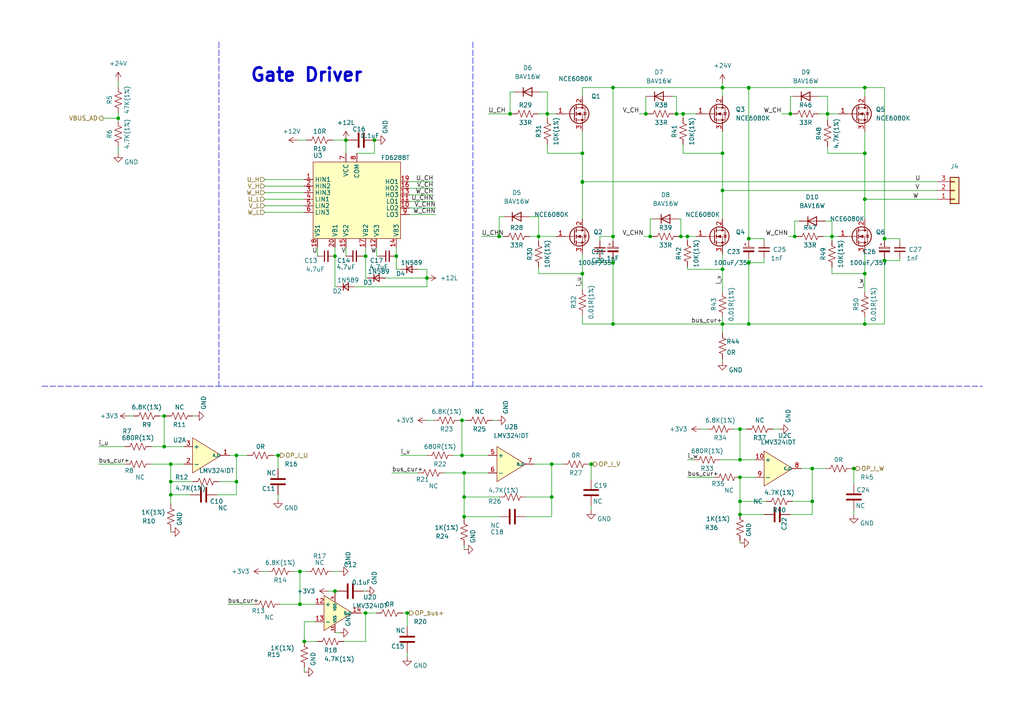
<source format=kicad_sch>
(kicad_sch (version 20211123) (generator eeschema)
  (paper "A4")
  (lib_symbols
    (symbol "Connector_Generic:Conn_01x03" (pin_names (offset 1.016) hide)
      (property "Reference" "J" (at 0 5.08 0))
      (property "Value" "Conn_01x03" (at 0 -5.08 0))
      (symbol "Conn_01x03_1_1"
        (pin passive line (at -5.08 2.54 0) (length 3.81) (name "Pin_1") (number "1"))
        (pin passive line (at -5.08 0 0) (length 3.81) (name "Pin_2") (number "2"))
        (pin passive line (at -5.08 -2.54 0) (length 3.81) (name "Pin_3") (number "3"))
      )
    )
    (symbol "Device:C" (pin_numbers hide) (pin_names (offset 0.254))
      (property "Reference" "C" (at 0.635 2.54 0))
      (property "Value" "C" (at 0.635 -2.54 0))
      (symbol "C_1_1"
        (pin passive line (at 0 3.81 270) (length 2.794) (name "~") (number "1"))
        (pin passive line (at 0 -3.81 90) (length 2.794) (name "~") (number "2"))
      )
    )
    (symbol "Device:C_Polarized_Small" (pin_numbers hide) (pin_names (offset 0.254) hide)
      (property "Reference" "C" (at 0.254 1.778 0))
      (property "Value" "C_Polarized_Small" (at 0.254 -2.032 0))
      (symbol "C_Polarized_Small_1_1"
        (pin passive line (at 0 2.54 270) (length 1.8542) (name "~") (number "1"))
        (pin passive line (at 0 -2.54 90) (length 1.8542) (name "~") (number "2"))
      )
    )
    (symbol "Device:C_Small" (pin_numbers hide) (pin_names (offset 0.254) hide)
      (property "Reference" "C" (at 0.254 1.778 0))
      (property "Value" "C_Small" (at 0.254 -2.032 0))
      (symbol "C_Small_1_1"
        (pin passive line (at 0 2.54 270) (length 2.032) (name "~") (number "1"))
        (pin passive line (at 0 -2.54 90) (length 2.032) (name "~") (number "2"))
      )
    )
    (symbol "Device:D_Small" (pin_numbers hide) (pin_names (offset 0.254) hide)
      (property "Reference" "D" (at -1.27 2.032 0))
      (property "Value" "D_Small" (at -3.81 -2.032 0))
      (symbol "D_Small_1_1"
        (pin passive line (at -2.54 0 0) (length 1.778) (name "K") (number "1"))
        (pin passive line (at 2.54 0 180) (length 1.778) (name "A") (number "2"))
      )
    )
    (symbol "Device:Q_NMOS_GDS" (pin_names (offset 0) hide)
      (property "Reference" "Q" (at 5.08 1.27 0))
      (property "Value" "Q_NMOS_GDS" (at 5.08 -1.27 0))
      (symbol "Q_NMOS_GDS_1_1"
        (pin input line (at -5.08 0 0) (length 2.54) (name "G") (number "1"))
        (pin passive line (at 2.54 5.08 270) (length 2.54) (name "D") (number "2"))
        (pin passive line (at 2.54 -5.08 90) (length 2.54) (name "S") (number "3"))
      )
    )
    (symbol "Device:R_US" (pin_numbers hide) (pin_names (offset 0))
      (property "Reference" "R" (at 2.54 0 90))
      (property "Value" "R_US" (at -2.54 0 90))
      (symbol "R_US_1_1"
        (pin passive line (at 0 3.81 270) (length 1.27) (name "~") (number "1"))
        (pin passive line (at 0 -3.81 90) (length 1.27) (name "~") (number "2"))
      )
    )
    (symbol "Diode:BAV16W" (pin_numbers hide) (pin_names (offset 1.016) hide)
      (property "Reference" "D" (at 0 2.54 0))
      (property "Value" "BAV16W" (at 0 -2.54 0))
      (symbol "BAV16W_1_1"
        (pin passive line (at -3.81 0 0) (length 2.54) (name "K") (number "1"))
        (pin passive line (at 3.81 0 180) (length 2.54) (name "A") (number "2"))
      )
    )
    (symbol "power:+12L" (power) (pin_names (offset 0))
      (property "Value" "+12L" (at 0 3.556 0))
      (symbol "+12L_1_1"
        (pin power_in line (at 0 0 90) (length 0) hide (name "+12L") (number "1"))
      )
    )
    (symbol "power:+12V" (power) (pin_names (offset 0))
      (property "Value" "+12V" (at 0 3.556 0))
      (symbol "+12V_1_1"
        (pin power_in line (at 0 0 90) (length 0) hide (name "+12V") (number "1"))
      )
    )
    (symbol "power:+24V" (power) (pin_names (offset 0))
      (property "Value" "+24V" (at 0 3.556 0))
      (symbol "+24V_1_1"
        (pin power_in line (at 0 0 90) (length 0) hide (name "+24V") (number "1"))
      )
    )
    (symbol "power:+3.3V" (power) (pin_names (offset 0))
      (property "Value" "+3.3V" (at 0 3.556 0))
      (symbol "+3.3V_1_1"
        (pin power_in line (at 0 0 90) (length 0) hide (name "+3V3") (number "1"))
      )
    )
    (symbol "power:GND" (power) (pin_names (offset 0))
      (property "Value" "GND" (at 0 -3.81 0))
      (symbol "GND_1_1"
        (pin power_in line (at 0 0 270) (length 0) hide (name "GND") (number "1"))
      )
    )
    (symbol "zager_Amplifier:GS8724" (pin_names (offset 0.254))
      (property "Reference" "U" (at -2.54 1.27 0))
      (property "Value" "GS8724" (at -4.445 3.175 0))
      (symbol "GS8724_1_1"
        (pin output line (at 10.795 -5.08 180) (length 2.54) (name "A_O") (number "1"))
        (pin input line (at -2.54 -2.54 0) (length 2.54) (name "-") (number "2"))
        (pin input line (at -2.54 -7.62 0) (length 2.54) (name "+") (number "3"))
      )
      (symbol "GS8724_2_1"
        (pin input line (at -2.54 -7.62 0) (length 2.54) (name "+") (number "5"))
        (pin input line (at -2.54 -2.54 0) (length 2.54) (name "-") (number "6"))
        (pin output line (at 10.795 -5.08 180) (length 2.54) (name "B_O") (number "7"))
      )
      (symbol "GS8724_3_1"
        (pin input line (at -2.54 -7.62 0) (length 2.54) (name "+") (number "10"))
        (pin output line (at 10.795 -5.08 180) (length 2.54) (name "C_O") (number "8"))
        (pin input line (at -2.54 -2.54 0) (length 2.54) (name "-") (number "9"))
      )
      (symbol "GS8724_4_1"
        (pin input line (at 3.175 -10.795 90) (length 2.54) (name "VSS") (number "11"))
        (pin input line (at -2.54 -2.54 0) (length 2.54) (name "+") (number "12"))
        (pin input line (at -2.54 -7.62 0) (length 2.54) (name "-") (number "13"))
        (pin output line (at 10.795 -5.08 180) (length 2.54) (name "D_O") (number "14"))
        (pin input line (at 3.175 0.635 270) (length 2.54) (name "VDD") (number "4"))
      )
    )
    (symbol "zager_Driver:FD6288T"
      (property "Reference" "U" (at 1.524 1.778 0))
      (property "Value" "FD6288T" (at 11.176 -10.922 0))
      (symbol "FD6288T_1_1"
        (pin input line (at -2.54 -5.08 0) (length 2.54) (name "HIN1") (number "1"))
        (pin input line (at 27.94 -13.335 180) (length 2.54) (name "LO2") (number "10"))
        (pin input line (at 27.94 -11.43 180) (length 2.54) (name "LO1") (number "11"))
        (pin input line (at 18.415 -24.765 90) (length 2.54) (name "VS3") (number "12"))
        (pin input line (at 27.94 -9.525 180) (length 2.54) (name "HO3") (number "13"))
        (pin input line (at 24.13 -24.765 90) (length 2.54) (name "VB3") (number "14"))
        (pin input line (at 9.525 -24.765 90) (length 2.54) (name "VS2") (number "15"))
        (pin input line (at 27.94 -7.62 180) (length 2.54) (name "HO2") (number "16"))
        (pin input line (at 15.24 -24.765 90) (length 2.54) (name "VB2") (number "17"))
        (pin input line (at 1.27 -24.765 90) (length 2.54) (name "VS1") (number "18"))
        (pin input line (at 27.94 -5.715 180) (length 2.54) (name "HO1") (number "19"))
        (pin input line (at -2.54 -6.985 0) (length 2.54) (name "HIN2") (number "2"))
        (pin input line (at 6.35 -24.765 90) (length 2.54) (name "VB1") (number "20"))
        (pin input line (at -2.54 -8.89 0) (length 2.54) (name "HIN3") (number "3"))
        (pin input line (at -2.54 -10.795 0) (length 2.54) (name "LIN1") (number "4"))
        (pin input line (at -2.54 -12.7 0) (length 2.54) (name "LIN2") (number "5"))
        (pin input line (at -2.54 -14.605 0) (length 2.54) (name "LIN3") (number "6"))
        (pin input line (at 9.525 2.54 270) (length 2.54) (name "VCC") (number "7"))
        (pin input line (at 12.7 2.54 270) (length 2.54) (name "COM") (number "8"))
        (pin input line (at 27.94 -15.24 180) (length 2.54) (name "LO3") (number "9"))
      )
    )
  )
  (junction (at 250.825 25.4))
  (junction (at 47.625 120.65))
  (junction (at 250.825 79.375))
  (junction (at 250.825 93.98))
  (junction (at 108.585 40.64))
  (junction (at 133.985 132.08))
  (junction (at 198.12 33.02))
  (junction (at 217.17 25.4))
  (junction (at 86.995 175.26))
  (junction (at 49.53 143.51))
  (junction (at 217.17 69.215))
  (junction (at 168.91 52.832))
  (junction (at 100.33 40.64))
  (junction (at 235.585 145.415))
  (junction (at 106.045 74.295))
  (junction (at 214.63 145.415))
  (junction (at 168.91 79.375))
  (junction (at 197.485 68.58))
  (junction (at 177.8 25.4))
  (junction (at 49.53 139.7))
  (junction (at 214.63 124.46))
  (junction (at 177.8 93.98))
  (junction (at 171.45 134.62))
  (junction (at 209.55 44.45))
  (junction (at 68.58 139.7))
  (junction (at 214.63 149.225))
  (junction (at 156.21 68.58))
  (junction (at 160.02 134.62))
  (junction (at 187.325 33.02))
  (junction (at 47.625 129.54))
  (junction (at 217.17 93.98))
  (junction (at 177.8 68.58))
  (junction (at 49.53 134.62))
  (junction (at 214.63 133.35))
  (junction (at 68.58 132.08))
  (junction (at 114.935 74.295))
  (junction (at 133.985 121.92))
  (junction (at 177.8 76.2))
  (junction (at 209.55 78.105))
  (junction (at 247.65 135.89))
  (junction (at 134.62 137.16))
  (junction (at 230.505 68.58))
  (junction (at 209.55 25.4))
  (junction (at 209.55 93.98))
  (junction (at 199.39 68.58))
  (junction (at 241.3 68.58))
  (junction (at 147.955 33.02))
  (junction (at 160.02 144.145))
  (junction (at 168.91 52.705))
  (junction (at 256.54 75.565))
  (junction (at 97.155 171.45))
  (junction (at 240.03 33.02))
  (junction (at 158.75 33.02))
  (junction (at 118.11 177.8))
  (junction (at 123.825 80.645))
  (junction (at 256.54 69.215))
  (junction (at 188.595 68.58))
  (junction (at 34.29 34.29))
  (junction (at 97.155 74.295))
  (junction (at 88.265 186.055))
  (junction (at 217.17 76.2))
  (junction (at 235.585 135.89))
  (junction (at 144.78 68.58))
  (junction (at 134.62 144.145))
  (junction (at 229.235 33.02))
  (junction (at 106.045 177.8))
  (junction (at 209.55 55.245))
  (junction (at 86.995 165.735))
  (junction (at 168.91 44.45))
  (junction (at 250.825 44.45))
  (junction (at 80.645 132.08))
  (junction (at 250.825 57.785))
  (junction (at 214.63 138.43))
  (junction (at 217.17 25.527))
  (junction (at 134.62 149.86))
  (junction (at 196.215 33.02))
  (wire (pts (xy 116.205 132.08) (xy 123.825 132.08)))
  (wire (pts (xy 214.63 145.415) (xy 222.25 145.415)))
  (wire (pts (xy 209.55 96.52) (xy 209.55 93.98)))
  (wire (pts (xy 198.12 33.02) (xy 198.12 34.29)))
  (wire (pts (xy 212.725 124.46) (xy 214.63 124.46)))
  (wire (pts (xy 43.815 129.54) (xy 47.625 129.54)))
  (wire (pts (xy 55.88 120.65) (xy 56.515 120.65)))
  (wire (pts (xy 173.99 76.2) (xy 177.8 76.2)))
  (wire (pts (xy 118.11 189.23) (xy 118.11 190.5)))
  (wire (pts (xy 198.12 41.91) (xy 198.12 44.45)))
  (wire (pts (xy 28.575 129.54) (xy 36.195 129.54)))
  (wire (pts (xy 199.39 68.58) (xy 201.93 68.58)))
  (wire (pts (xy 153.67 68.58) (xy 156.21 68.58)))
  (wire (pts (xy 171.45 134.62) (xy 171.45 139.065)))
  (wire (pts (xy 199.39 133.35) (xy 201.295 133.35)))
  (wire (pts (xy 209.55 78.105) (xy 209.55 84.455)))
  (wire (pts (xy 217.17 25.4) (xy 250.825 25.4)))
  (wire (pts (xy 118.745 58.42) (xy 125.73 58.42)))
  (wire (pts (xy 197.485 68.58) (xy 199.39 68.58)))
  (wire (pts (xy 240.03 33.02) (xy 240.03 34.925)))
  (wire (pts (xy 118.745 54.61) (xy 125.73 54.61)))
  (wire (pts (xy 197.485 63.5) (xy 197.485 68.58)))
  (wire (pts (xy 46.355 120.65) (xy 47.625 120.65)))
  (wire (pts (xy 113.665 137.16) (xy 121.285 137.16)))
  (wire (pts (xy 34.29 23.495) (xy 34.29 25.146)))
  (wire (pts (xy 134.62 149.86) (xy 134.62 150.495)))
  (wire (pts (xy 187.325 27.94) (xy 187.325 33.02)))
  (wire (pts (xy 168.91 25.4) (xy 168.91 27.94)))
  (wire (pts (xy 229.235 33.02) (xy 229.87 33.02)))
  (wire (pts (xy 173.99 69.85) (xy 173.99 68.58)))
  (wire (pts (xy 92.075 71.755) (xy 92.075 74.295)))
  (wire (pts (xy 224.155 124.46) (xy 226.06 124.46)))
  (wire (pts (xy 247.65 147.955) (xy 247.65 149.225)))
  (wire (pts (xy 199.39 68.58) (xy 199.39 69.723)))
  (wire (pts (xy 81.28 175.26) (xy 86.995 175.26)))
  (wire (pts (xy 97.155 171.45) (xy 97.155 172.085)))
  (wire (pts (xy 260.985 69.215) (xy 256.54 69.215)))
  (wire (pts (xy 86.995 165.735) (xy 88.9 165.735)))
  (wire (pts (xy 196.85 68.58) (xy 197.485 68.58)))
  (wire (pts (xy 208.915 133.35) (xy 214.63 133.35)))
  (wire (pts (xy 100.33 71.755) (xy 100.33 74.295)))
  (wire (pts (xy 217.17 93.98) (xy 250.825 93.98)))
  (wire (pts (xy 108.585 40.64) (xy 109.22 40.64)))
  (wire (pts (xy 86.36 40.64) (xy 88.9 40.64)))
  (wire (pts (xy 241.3 77.47) (xy 241.3 79.375)))
  (wire (pts (xy 260.985 74.93) (xy 260.985 75.565)))
  (wire (pts (xy 116.205 78.105) (xy 114.935 78.105)))
  (wire (pts (xy 118.11 177.8) (xy 118.11 181.61)))
  (wire (pts (xy 250.825 79.375) (xy 250.825 84.455)))
  (wire (pts (xy 28.575 134.62) (xy 36.195 134.62)))
  (wire (pts (xy 97.155 171.45) (xy 97.79 171.45)))
  (wire (pts (xy 109.855 74.295) (xy 109.22 74.295)))
  (wire (pts (xy 173.99 68.58) (xy 177.8 68.58)))
  (wire (pts (xy 196.85 63.5) (xy 197.485 63.5)))
  (wire (pts (xy 76.835 55.88) (xy 88.265 55.88)))
  (wire (pts (xy 43.815 134.62) (xy 49.53 134.62)))
  (wire (pts (xy 97.79 83.185) (xy 97.155 83.185)))
  (wire (pts (xy 237.49 33.02) (xy 240.03 33.02)))
  (wire (pts (xy 196.215 33.02) (xy 198.12 33.02)))
  (wire (pts (xy 62.865 143.51) (xy 68.58 143.51)))
  (wire (pts (xy 188.595 68.58) (xy 189.23 68.58)))
  (wire (pts (xy 226.695 33.02) (xy 229.235 33.02)))
  (wire (pts (xy 168.91 44.45) (xy 168.91 52.705)))
  (wire (pts (xy 209.55 73.66) (xy 209.55 78.105)))
  (wire (pts (xy 134.62 144.145) (xy 144.78 144.145)))
  (wire (pts (xy 187.325 33.02) (xy 187.96 33.02)))
  (wire (pts (xy 118.745 62.23) (xy 126.365 62.23)))
  (wire (pts (xy 221.615 74.93) (xy 221.615 76.2)))
  (wire (pts (xy 214.63 156.845) (xy 214.63 157.48)))
  (wire (pts (xy 209.55 38.1) (xy 209.55 44.45)))
  (wire (pts (xy 100.33 40.64) (xy 100.33 44.45)))
  (wire (pts (xy 37.465 120.65) (xy 38.735 120.65)))
  (wire (pts (xy 29.845 34.29) (xy 34.29 34.29)))
  (wire (pts (xy 203.2 124.46) (xy 205.105 124.46)))
  (wire (pts (xy 99.695 186.055) (xy 106.045 186.055)))
  (wire (pts (xy 144.78 68.58) (xy 146.05 68.58)))
  (wire (pts (xy 68.58 132.08) (xy 71.755 132.08)))
  (wire (pts (xy 256.54 75.565) (xy 256.54 93.98)))
  (wire (pts (xy 232.41 135.89) (xy 235.585 135.89)))
  (wire (pts (xy 86.995 175.26) (xy 91.44 175.26)))
  (wire (pts (xy 55.245 143.51) (xy 49.53 143.51)))
  (wire (pts (xy 250.825 92.075) (xy 250.825 93.98)))
  (wire (pts (xy 168.91 38.1) (xy 168.91 44.45)))
  (wire (pts (xy 217.17 69.215) (xy 221.615 69.215)))
  (wire (pts (xy 209.55 24.13) (xy 209.55 25.4)))
  (wire (pts (xy 34.29 32.766) (xy 34.29 34.29)))
  (wire (pts (xy 250.825 73.66) (xy 250.825 79.375)))
  (wire (pts (xy 241.3 64.135) (xy 241.3 68.58)))
  (wire (pts (xy 152.4 144.145) (xy 160.02 144.145)))
  (wire (pts (xy 134.62 137.16) (xy 134.62 144.145)))
  (wire (pts (xy 105.41 171.45) (xy 106.045 171.45)))
  (wire (pts (xy 133.35 121.92) (xy 133.985 121.92)))
  (wire (pts (xy 250.825 25.4) (xy 250.825 27.94)))
  (wire (pts (xy 85.09 165.735) (xy 86.995 165.735)))
  (wire (pts (xy 194.945 27.94) (xy 196.215 27.94)))
  (wire (pts (xy 97.155 183.515) (xy 98.425 183.515)))
  (wire (pts (xy 133.985 121.92) (xy 133.985 132.08)))
  (wire (pts (xy 118.745 52.705) (xy 125.73 52.705)))
  (wire (pts (xy 250.825 44.45) (xy 250.825 57.785)))
  (wire (pts (xy 160.02 149.86) (xy 160.02 144.145)))
  (wire (pts (xy 214.63 145.415) (xy 214.63 149.225)))
  (wire (pts (xy 260.985 69.85) (xy 260.985 69.215)))
  (wire (pts (xy 76.835 53.975) (xy 88.265 53.975)))
  (wire (pts (xy 228.6 68.58) (xy 230.505 68.58)))
  (wire (pts (xy 171.45 146.685) (xy 171.45 147.955)))
  (wire (pts (xy 152.4 149.86) (xy 160.02 149.86)))
  (wire (pts (xy 260.985 75.565) (xy 256.54 75.565)))
  (wire (pts (xy 146.05 62.865) (xy 144.78 62.865)))
  (wire (pts (xy 209.55 93.98) (xy 217.17 93.98)))
  (wire (pts (xy 49.53 134.62) (xy 53.34 134.62)))
  (wire (pts (xy 237.49 27.94) (xy 240.03 27.94)))
  (wire (pts (xy 230.505 64.135) (xy 230.505 68.58)))
  (wire (pts (xy 214.63 149.225) (xy 221.615 149.225)))
  (wire (pts (xy 131.445 132.08) (xy 133.985 132.08)))
  (wire (pts (xy 168.91 52.705) (xy 271.78 52.705)))
  (polyline (pts (xy 137.16 12.192) (xy 137.16 112.014)))
  (wire (pts (xy 217.17 74.93) (xy 217.17 76.2)))
  (wire (pts (xy 188.595 63.5) (xy 188.595 68.58)))
  (wire (pts (xy 240.03 27.94) (xy 240.03 33.02)))
  (wire (pts (xy 250.825 93.98) (xy 256.54 93.98)))
  (wire (pts (xy 123.825 80.645) (xy 123.825 83.185)))
  (wire (pts (xy 88.265 193.675) (xy 88.265 194.945)))
  (wire (pts (xy 123.825 78.105) (xy 121.285 78.105)))
  (wire (pts (xy 88.265 180.34) (xy 88.265 186.055)))
  (wire (pts (xy 118.11 177.8) (xy 118.745 177.8)))
  (wire (pts (xy 133.985 132.08) (xy 141.605 132.08)))
  (wire (pts (xy 247.65 135.89) (xy 248.285 135.89)))
  (wire (pts (xy 47.625 120.65) (xy 48.26 120.65)))
  (wire (pts (xy 105.41 74.295) (xy 106.045 74.295)))
  (wire (pts (xy 76.835 57.785) (xy 88.265 57.785)))
  (polyline (pts (xy 63.5 12.192) (xy 63.5 112.014)))
  (wire (pts (xy 241.3 68.58) (xy 243.205 68.58)))
  (wire (pts (xy 80.645 132.08) (xy 80.645 135.89)))
  (wire (pts (xy 34.29 42.672) (xy 34.29 44.45)))
  (wire (pts (xy 168.91 25.4) (xy 177.8 25.4)))
  (wire (pts (xy 68.58 143.51) (xy 68.58 139.7)))
  (wire (pts (xy 66.04 175.26) (xy 73.66 175.26)))
  (wire (pts (xy 111.76 80.645) (xy 123.825 80.645)))
  (wire (pts (xy 158.75 44.45) (xy 168.91 44.45)))
  (wire (pts (xy 49.53 139.7) (xy 49.53 143.51)))
  (wire (pts (xy 250.825 25.4) (xy 256.54 25.4)))
  (wire (pts (xy 173.99 74.93) (xy 173.99 76.2)))
  (wire (pts (xy 199.39 77.343) (xy 199.39 78.105)))
  (wire (pts (xy 109.22 74.295) (xy 109.22 71.755)))
  (wire (pts (xy 240.03 33.02) (xy 243.205 33.02)))
  (polyline (pts (xy 623.57 70.612) (xy 623.57 71.628)))
  (wire (pts (xy 199.39 138.43) (xy 207.01 138.43)))
  (wire (pts (xy 189.23 63.5) (xy 188.595 63.5)))
  (wire (pts (xy 229.235 149.225) (xy 235.585 149.225)))
  (wire (pts (xy 104.775 177.8) (xy 106.045 177.8)))
  (wire (pts (xy 86.995 165.735) (xy 86.995 175.26)))
  (wire (pts (xy 147.955 33.02) (xy 148.59 33.02)))
  (wire (pts (xy 134.62 149.86) (xy 144.78 149.86)))
  (wire (pts (xy 76.2 165.735) (xy 77.47 165.735)))
  (wire (pts (xy 97.155 74.295) (xy 97.155 83.185)))
  (wire (pts (xy 198.12 33.02) (xy 201.93 33.02)))
  (wire (pts (xy 247.65 135.89) (xy 247.65 140.335)))
  (wire (pts (xy 240.03 42.545) (xy 240.03 44.45)))
  (wire (pts (xy 177.8 25.4) (xy 209.55 25.4)))
  (wire (pts (xy 217.17 76.2) (xy 217.17 93.98)))
  (wire (pts (xy 214.63 124.46) (xy 214.63 133.35)))
  (wire (pts (xy 91.44 180.34) (xy 88.265 180.34)))
  (wire (pts (xy 247.015 135.89) (xy 247.65 135.89)))
  (wire (pts (xy 158.75 33.02) (xy 161.29 33.02)))
  (wire (pts (xy 171.45 134.62) (xy 172.085 134.62)))
  (wire (pts (xy 47.625 129.54) (xy 53.34 129.54)))
  (wire (pts (xy 177.8 76.2) (xy 177.8 93.98)))
  (wire (pts (xy 106.045 186.055) (xy 106.045 177.8)))
  (wire (pts (xy 241.3 79.375) (xy 250.825 79.375)))
  (wire (pts (xy 256.54 25.4) (xy 256.54 69.215)))
  (wire (pts (xy 108.585 40.64) (xy 108.585 44.45)))
  (wire (pts (xy 88.265 186.055) (xy 92.075 186.055)))
  (wire (pts (xy 106.045 71.755) (xy 106.045 74.295)))
  (wire (pts (xy 177.8 93.98) (xy 209.55 93.98)))
  (wire (pts (xy 231.775 64.135) (xy 230.505 64.135)))
  (wire (pts (xy 196.215 27.94) (xy 196.215 33.02)))
  (wire (pts (xy 241.3 68.58) (xy 241.3 69.85)))
  (wire (pts (xy 68.58 139.7) (xy 68.58 132.08)))
  (wire (pts (xy 156.845 26.67) (xy 158.75 26.67)))
  (wire (pts (xy 134.62 144.145) (xy 134.62 149.86)))
  (wire (pts (xy 96.52 165.735) (xy 98.425 165.735)))
  (wire (pts (xy 168.91 52.832) (xy 168.91 52.705)))
  (wire (pts (xy 79.375 132.08) (xy 80.645 132.08)))
  (wire (pts (xy 158.75 33.02) (xy 158.75 34.29)))
  (wire (pts (xy 49.53 139.7) (xy 49.53 134.62)))
  (wire (pts (xy 177.8 25.4) (xy 177.8 68.58)))
  (wire (pts (xy 49.53 153.67) (xy 49.53 154.305)))
  (wire (pts (xy 34.29 34.29) (xy 34.29 35.052)))
  (wire (pts (xy 235.585 149.225) (xy 235.585 145.415)))
  (wire (pts (xy 66.675 132.08) (xy 68.58 132.08)))
  (wire (pts (xy 102.87 83.185) (xy 123.825 83.185)))
  (wire (pts (xy 168.91 91.44) (xy 168.91 93.98)))
  (wire (pts (xy 250.825 57.785) (xy 271.78 57.785)))
  (wire (pts (xy 214.63 138.43) (xy 214.63 145.415)))
  (wire (pts (xy 156.21 79.375) (xy 168.91 79.375)))
  (wire (pts (xy 149.225 26.67) (xy 147.955 26.67)))
  (wire (pts (xy 209.55 25.4) (xy 217.17 25.4)))
  (wire (pts (xy 209.55 25.4) (xy 209.55 27.94)))
  (wire (pts (xy 250.825 57.785) (xy 250.825 63.5)))
  (wire (pts (xy 139.7 68.58) (xy 144.78 68.58)))
  (wire (pts (xy 256.54 74.93) (xy 256.54 75.565)))
  (wire (pts (xy 168.91 52.832) (xy 168.91 63.5)))
  (wire (pts (xy 217.17 25.527) (xy 217.17 25.4)))
  (wire (pts (xy 118.745 60.325) (xy 126.365 60.325)))
  (wire (pts (xy 214.63 133.35) (xy 219.075 133.35)))
  (wire (pts (xy 230.505 68.58) (xy 231.14 68.58)))
  (wire (pts (xy 238.76 68.58) (xy 241.3 68.58)))
  (wire (pts (xy 76.835 52.07) (xy 88.265 52.07)))
  (wire (pts (xy 177.8 74.93) (xy 177.8 76.2)))
  (wire (pts (xy 185.42 33.02) (xy 187.325 33.02)))
  (wire (pts (xy 142.875 121.92) (xy 144.145 121.92)))
  (wire (pts (xy 106.68 80.645) (xy 106.045 80.645)))
  (wire (pts (xy 144.78 62.865) (xy 144.78 68.58)))
  (wire (pts (xy 49.53 146.05) (xy 49.53 143.51)))
  (wire (pts (xy 195.58 33.02) (xy 196.215 33.02)))
  (wire (pts (xy 186.69 68.58) (xy 188.595 68.58)))
  (wire (pts (xy 217.17 25.527) (xy 217.17 69.215)))
  (wire (pts (xy 118.745 56.515) (xy 125.73 56.515)))
  (wire (pts (xy 214.63 124.46) (xy 216.535 124.46)))
  (wire (pts (xy 97.155 71.755) (xy 97.155 74.295)))
  (wire (pts (xy 177.8 68.58) (xy 177.8 69.85)))
  (wire (pts (xy 168.91 93.98) (xy 177.8 93.98)))
  (wire (pts (xy 198.12 44.45) (xy 209.55 44.45)))
  (wire (pts (xy 76.835 59.69) (xy 88.265 59.69)))
  (wire (pts (xy 209.55 55.245) (xy 209.55 63.5)))
  (wire (pts (xy 217.17 69.215) (xy 217.17 69.85)))
  (wire (pts (xy 229.87 145.415) (xy 235.585 145.415)))
  (wire (pts (xy 133.985 121.92) (xy 135.255 121.92)))
  (wire (pts (xy 156.21 68.58) (xy 161.29 68.58)))
  (wire (pts (xy 156.21 62.865) (xy 156.21 68.58)))
  (wire (pts (xy 168.91 73.66) (xy 168.91 79.375)))
  (wire (pts (xy 209.55 104.14) (xy 209.55 104.775)))
  (wire (pts (xy 103.505 44.45) (xy 108.585 44.45)))
  (wire (pts (xy 229.235 27.94) (xy 229.235 33.02)))
  (wire (pts (xy 134.62 137.16) (xy 141.605 137.16)))
  (wire (pts (xy 80.645 143.51) (xy 80.645 144.78)))
  (wire (pts (xy 141.605 33.02) (xy 147.955 33.02)))
  (wire (pts (xy 128.905 137.16) (xy 134.62 137.16)))
  (wire (pts (xy 100.33 40.64) (xy 100.965 40.64)))
  (wire (pts (xy 256.54 69.215) (xy 256.54 69.85)))
  (wire (pts (xy 160.02 134.62) (xy 163.195 134.62)))
  (wire (pts (xy 170.815 134.62) (xy 171.45 134.62)))
  (wire (pts (xy 156.21 68.58) (xy 156.21 69.85)))
  (wire (pts (xy 209.55 55.245) (xy 271.78 55.245)))
  (wire (pts (xy 114.935 78.105) (xy 114.935 74.295)))
  (wire (pts (xy 153.67 62.865) (xy 156.21 62.865)))
  (wire (pts (xy 76.835 61.595) (xy 88.265 61.595)))
  (wire (pts (xy 116.84 177.8) (xy 118.11 177.8)))
  (wire (pts (xy 235.585 135.89) (xy 239.395 135.89)))
  (polyline (pts (xy 69.596 112.014) (xy 69.342 112.014)))
  (wire (pts (xy 106.045 177.8) (xy 109.22 177.8)))
  (wire (pts (xy 123.825 121.92) (xy 125.73 121.92)))
  (wire (pts (xy 209.55 44.45) (xy 209.55 55.245)))
  (wire (pts (xy 160.02 134.62) (xy 160.02 144.145)))
  (wire (pts (xy 80.645 132.08) (xy 81.28 132.08)))
  (polyline (pts (xy 12.192 112.014) (xy 284.988 112.014)))
  (wire (pts (xy 235.585 135.89) (xy 235.585 145.415)))
  (wire (pts (xy 160.02 134.62) (xy 154.94 134.62)))
  (wire (pts (xy 96.52 40.64) (xy 100.33 40.64)))
  (wire (pts (xy 156.21 33.02) (xy 158.75 33.02)))
  (wire (pts (xy 47.625 120.65) (xy 47.625 129.54)))
  (wire (pts (xy 147.955 26.67) (xy 147.955 33.02)))
  (wire (pts (xy 49.53 139.7) (xy 55.88 139.7)))
  (wire (pts (xy 229.87 27.94) (xy 229.235 27.94)))
  (wire (pts (xy 158.75 26.67) (xy 158.75 33.02)))
  (wire (pts (xy 106.045 80.645) (xy 106.045 74.295)))
  (wire (pts (xy 239.395 64.135) (xy 241.3 64.135)))
  (wire (pts (xy 168.91 83.82) (xy 168.91 79.375)))
  (wire (pts (xy 95.25 171.45) (xy 97.155 171.45)))
  (wire (pts (xy 221.615 69.215) (xy 221.615 69.85)))
  (wire (pts (xy 158.75 41.91) (xy 158.75 44.45)))
  (wire (pts (xy 134.62 158.115) (xy 134.62 159.385)))
  (wire (pts (xy 114.935 71.755) (xy 114.935 74.295)))
  (wire (pts (xy 156.21 77.47) (xy 156.21 79.375)))
  (wire (pts (xy 199.39 78.105) (xy 209.55 78.105)))
  (wire (pts (xy 214.63 138.43) (xy 219.075 138.43)))
  (wire (pts (xy 221.615 76.2) (xy 217.17 76.2)))
  (wire (pts (xy 209.55 92.075) (xy 209.55 93.98)))
  (wire (pts (xy 240.03 44.45) (xy 250.825 44.45)))
  (wire (pts (xy 63.5 139.7) (xy 68.58 139.7)))
  (wire (pts (xy 250.825 38.1) (xy 250.825 44.45)))
  (wire (pts (xy 123.825 78.105) (xy 123.825 80.645)))
  (text "Gate Driver\n" (at 72.39 24.13 0) (effects (font (size 3.81 3.81) (thickness 0.762) bold) (justify left bottom)))
  (label "i_w" (at 199.39 133.35 0))
  (label "U_CHN" (at 125.73 58.42 180))
  (label "V_CHN" (at 126.365 60.325 180))
  (label "W" (at 109.22 73.66 180))
  (label "bus_cur+" (at 199.39 138.43 0))
  (label "W_CHN" (at 126.365 62.23 180))
  (label "bus_cur+" (at 209.55 93.98 180))
  (label "W_CHN" (at 228.6 68.58 180))
  (label "i_u" (at 28.575 129.54 0))
  (label "V_CH" (at 185.42 33.02 180))
  (label "V_CH" (at 125.73 54.61 180))
  (label "V_CHN" (at 186.69 68.58 180))
  (label "U" (at 265.43 52.705 0))
  (label "bus_cur+" (at 66.04 175.26 0))
  (label "V" (at 100.33 73.66 180))
  (label "bus_cur+" (at 113.665 137.16 0))
  (label "W_CH" (at 226.695 33.02 180))
  (label "i_w" (at 250.825 83.82 90))
  (label "i_v" (at 209.55 82.55 90))
  (label "U_CH" (at 141.605 33.02 0))
  (label "U" (at 92.075 73.66 180))
  (label "V" (at 265.43 55.245 0))
  (label "U_CHN" (at 139.7 68.58 0))
  (label "W_CH" (at 125.73 56.515 180))
  (label "i_v" (at 116.205 132.08 0))
  (label "i_u" (at 168.91 83.185 90))
  (label "bus_cur+" (at 28.575 134.62 0))
  (label "W" (at 264.795 57.785 0))
  (label "U_CH" (at 125.73 52.705 180))
  (hierarchical_label "U_L" (shape input) (at 76.835 57.785 180))
  (hierarchical_label "W_L" (shape input) (at 76.835 61.595 180))
  (hierarchical_label "OP_I_U" (shape output) (at 81.28 132.08 0))
  (hierarchical_label "VBUS_AD" (shape output) (at 29.845 34.29 180))
  (hierarchical_label "V_L" (shape input) (at 76.835 59.69 180))
  (hierarchical_label "OP_I_W" (shape output) (at 248.285 135.89 0))
  (hierarchical_label "OP_bus+" (shape output) (at 118.745 177.8 0))
  (hierarchical_label "V_H" (shape input) (at 76.835 53.975 180))
  (hierarchical_label "OP_I_V" (shape output) (at 172.085 134.62 0))
  (hierarchical_label "W_H" (shape input) (at 76.835 55.88 180))
  (hierarchical_label "U_H" (shape input) (at 76.835 52.07 180))
  (symbol (lib_id "Diode:BAV16W") (at 153.035 26.67 0) (unit 1)
    (property "Reference" "D6" (at 153.035 19.685 0))
    (property "Value" "BAV16W" (at 153.035 22.225 0))
    (property "Footprint" "Diode_SMD:D_SOD-123" (effects hide))
    (property "Datasheet" "https://www.diodes.com/assets/Datasheets/ds30086.pdf" (effects hide))
  )
  (symbol (lib_id "Device:R_US") (at 198.12 38.1 0) (unit 1)
    (property "Reference" "R41" (at 195.58 38.1 90))
    (property "Value" "10K(1%)" (at 200.66 38.1 90))
    (property "Footprint" "Resistor_SMD:R_0603_1608Metric" (effects hide))
  )
  (symbol (lib_id "Device:R_US") (at 210.82 138.43 90) (unit 1)
    (property "Reference" "R35" (at 208.28 140.335 90))
    (property "Value" "NC" (at 211.455 142.24 90))
    (property "Footprint" "Resistor_SMD:R_0603_1608Metric" (effects hide))
  )
  (symbol (lib_id "power:+3.3V") (at 203.2 124.46 90) (unit 1)
    (property "Reference" "#PWR045" (effects hide))
    (property "Value" "+3.3V" (at 199.39 124.4599 90) (effects (justify left)))
  )
  (symbol (lib_id "Device:R_US") (at 42.545 120.65 90) (unit 1)
    (property "Reference" "R9" (at 42.545 123.19 90))
    (property "Value" "6.8K(1%)" (at 42.545 118.11 90))
    (property "Footprint" "Resistor_SMD:R_0603_1608Metric" (effects hide))
  )
  (symbol (lib_id "Device:R_US") (at 156.21 73.66 0) (unit 1)
    (property "Reference" "R30" (at 153.67 73.66 90))
    (property "Value" "10K(1%)" (at 158.75 73.66 90))
    (property "Footprint" "Resistor_SMD:R_0603_1608Metric" (effects hide))
  )
  (symbol (lib_id "Device:R_US") (at 205.105 133.35 90) (unit 1)
    (property "Reference" "R33" (at 205.105 135.89 90))
    (property "Value" "680R(1%)" (at 205.105 130.81 90))
    (property "Footprint" "Resistor_SMD:R_0603_1608Metric" (effects hide))
  )
  (symbol (lib_id "Device:R_US") (at 92.71 165.735 90) (unit 1)
    (property "Reference" "R17" (at 92.71 161.29 90))
    (property "Value" "NC" (at 92.71 163.195 90))
    (property "Footprint" "Resistor_SMD:R_0603_1608Metric" (effects hide))
  )
  (symbol (lib_id "Device:C") (at 225.425 149.225 270) (unit 1)
    (property "Reference" "C22" (at 227.457 149.987 0) (effects (justify left)))
    (property "Value" "NC" (at 218.44 145.415 90) (effects (justify left)))
    (property "Footprint" "Capacitor_SMD:C_0603_1608Metric" (effects hide))
  )
  (symbol (lib_id "Device:C_Small") (at 221.615 72.39 0) (mirror y) (unit 1)
    (property "Reference" "C25" (at 224.155 72.39 0) (effects (justify right)))
    (property "Value" "1nF" (at 223.52 74.93 0) (effects (justify right)))
    (property "Footprint" "Capacitor_SMD:C_0603_1608Metric" (effects hide))
  )
  (symbol (lib_id "Device:C") (at 104.775 40.64 270) (unit 1)
    (property "Reference" "C16" (at 104.14 37.465 90))
    (property "Value" "0.1uF" (at 107.315 39.37 90))
    (property "Footprint" "Capacitor_SMD:C_0603_1608Metric" (effects hide))
  )
  (symbol (lib_id "power:GND") (at 134.62 159.385 90) (unit 1)
    (property "Reference" "#PWR041" (effects hide))
    (property "Value" "GND" (at 137.16 155.575 0))
  )
  (symbol (lib_id "Device:R_US") (at 113.03 177.8 90) (unit 1)
    (property "Reference" "R20" (at 121.92 180.34 90))
    (property "Value" "0R" (at 113.03 175.26 90))
    (property "Footprint" "Resistor_SMD:R_0603_1608Metric" (effects hide))
  )
  (symbol (lib_id "power:GND") (at 88.265 194.945 90) (unit 1)
    (property "Reference" "#PWR030" (effects hide))
    (property "Value" "GND" (at 90.805 191.135 0))
  )
  (symbol (lib_id "Device:R_US") (at 191.77 33.02 270) (unit 1)
    (property "Reference" "R38" (at 191.77 30.48 90))
    (property "Value" "33R" (at 191.77 35.56 90))
    (property "Footprint" "Resistor_SMD:R_0603_1608Metric" (effects hide))
  )
  (symbol (lib_id "Diode:BAV16W") (at 149.86 62.865 0) (unit 1)
    (property "Reference" "D5" (at 149.86 55.88 0))
    (property "Value" "BAV16W" (at 149.86 58.42 0))
    (property "Footprint" "Diode_SMD:D_SOD-123" (effects hide))
    (property "Datasheet" "https://www.diodes.com/assets/Datasheets/ds30086.pdf" (effects hide))
  )
  (symbol (lib_id "Device:R_US") (at 34.29 38.862 0) (unit 1)
    (property "Reference" "R6" (at 31.75 38.862 90))
    (property "Value" "4.7K(1%)" (at 36.83 38.862 90))
    (property "Footprint" "Resistor_SMD:R_0603_1608Metric" (effects hide))
  )
  (symbol (lib_id "Connector_Generic:Conn_01x03") (at 276.86 55.245 0) (mirror x) (unit 1)
    (property "Reference" "J4" (at 276.86 48.26 0))
    (property "Value" "Conn_01x03" (effects hide))
    (property "Footprint" "TerminalBlock:TerminalBlock_bornier-3_P5.08mm" (effects hide))
  )
  (symbol (lib_id "Device:R_US") (at 52.07 120.65 90) (unit 1)
    (property "Reference" "R11" (at 52.07 123.19 90))
    (property "Value" "NC" (at 52.07 118.11 90))
    (property "Footprint" "Resistor_SMD:R_0603_1608Metric" (effects hide))
  )
  (symbol (lib_id "Device:R_US") (at 95.885 186.055 90) (unit 1)
    (property "Reference" "R18" (at 95.885 188.595 90))
    (property "Value" "4.7K(1%)" (at 98.425 191.135 90))
    (property "Footprint" "Resistor_SMD:R_0603_1608Metric" (effects hide))
  )
  (symbol (lib_id "Device:C_Polarized_Small") (at 177.8 72.39 0) (unit 1)
    (property "Reference" "C21" (at 171.45 73.025 0) (effects (justify left)))
    (property "Value" "100uF/35V" (at 167.64 76.2 0) (effects (justify left)))
    (property "Footprint" "Capacitor_THT:CP_Radial_D6.3mm_P2.50mm" (effects hide))
  )
  (symbol (lib_id "Device:R_US") (at 40.005 134.62 90) (unit 1)
    (property "Reference" "R8" (at 37.465 136.525 90))
    (property "Value" "NC" (at 40.64 138.43 90))
    (property "Footprint" "Resistor_SMD:R_0603_1608Metric" (effects hide))
  )
  (symbol (lib_id "power:+3.3V") (at 76.2 165.735 90) (unit 1)
    (property "Reference" "#PWR029" (effects hide))
    (property "Value" "+3.3V" (at 72.39 165.7349 90) (effects (justify left)))
  )
  (symbol (lib_id "Device:R_US") (at 240.03 38.735 0) (unit 1)
    (property "Reference" "R48" (at 237.49 38.735 90))
    (property "Value" "4.7K(1%)" (at 242.57 38.735 90))
    (property "Footprint" "Resistor_SMD:R_0603_1608Metric" (effects hide))
  )
  (symbol (lib_id "Device:C") (at 171.45 142.875 0) (unit 1)
    (property "Reference" "C19" (at 172.212 140.843 0) (effects (justify left)))
    (property "Value" "NC" (at 171.958 145.415 0) (effects (justify left)))
    (property "Footprint" "Capacitor_SMD:C_0603_1608Metric" (effects hide))
  )
  (symbol (lib_id "Device:R_US") (at 158.75 38.1 0) (unit 1)
    (property "Reference" "R31" (at 156.21 38.1 90))
    (property "Value" "10K(1%)" (at 161.29 38.1 90))
    (property "Footprint" "Resistor_SMD:R_0603_1608Metric" (effects hide))
  )
  (symbol (lib_id "Diode:BAV16W") (at 193.04 63.5 0) (unit 1)
    (property "Reference" "D8" (at 193.04 56.515 0))
    (property "Value" "BAV16W" (at 193.04 59.055 0))
    (property "Footprint" "Diode_SMD:D_SOD-123" (effects hide))
    (property "Datasheet" "https://www.diodes.com/assets/Datasheets/ds30086.pdf" (effects hide))
  )
  (symbol (lib_id "Device:R_US") (at 139.065 121.92 90) (unit 1)
    (property "Reference" "R25" (at 139.065 124.46 90))
    (property "Value" "NC" (at 139.065 119.38 90))
    (property "Footprint" "Resistor_SMD:R_0603_1608Metric" (effects hide))
  )
  (symbol (lib_id "Device:R_US") (at 75.565 132.08 90) (unit 1)
    (property "Reference" "R16" (at 84.455 134.62 90))
    (property "Value" "0R" (at 75.565 129.54 90))
    (property "Footprint" "Resistor_SMD:R_0603_1608Metric" (effects hide))
  )
  (symbol (lib_id "power:GND") (at 49.53 154.305 90) (unit 1)
    (property "Reference" "#PWR027" (effects hide))
    (property "Value" "GND" (at 52.07 150.495 0))
  )
  (symbol (lib_id "power:+12L") (at 100.33 40.64 0) (unit 1)
    (property "Reference" "#PWR037" (effects hide))
    (property "Value" "+12L" (at 100.33 35.56 0))
  )
  (symbol (lib_id "power:GND") (at 214.63 157.48 90) (unit 1)
    (property "Reference" "#PWR046" (effects hide))
    (property "Value" "GND" (at 217.17 153.67 0))
  )
  (symbol (lib_id "Device:C") (at 148.59 149.86 270) (unit 1)
    (property "Reference" "C18" (at 142.24 154.305 90) (effects (justify left)))
    (property "Value" "NC" (at 142.24 152.4 90) (effects (justify left)))
    (property "Footprint" "Capacitor_SMD:C_0603_1608Metric" (effects hide))
  )
  (symbol (lib_id "Device:R_US") (at 214.63 153.035 180) (unit 1)
    (property "Reference" "R36" (at 206.375 153.035 0))
    (property "Value" "1K(1%)" (at 208.28 150.495 0))
    (property "Footprint" "Resistor_SMD:R_0603_1608Metric" (effects hide))
  )
  (symbol (lib_id "power:+12L") (at 123.825 80.645 270) (unit 1)
    (property "Reference" "#PWR042" (effects hide))
    (property "Value" "+12L" (at 127.635 80.6449 90) (effects (justify left)))
  )
  (symbol (lib_id "power:+12V") (at 86.36 40.64 90) (unit 1)
    (property "Reference" "#PWR035" (effects hide))
    (property "Value" "+12V" (at 81.915 38.1 90) (effects (justify right)))
  )
  (symbol (lib_id "Diode:BAV16W") (at 235.585 64.135 0) (unit 1)
    (property "Reference" "D10" (at 235.585 57.15 0))
    (property "Value" "BAV16W" (at 235.585 59.69 0))
    (property "Footprint" "Diode_SMD:D_SOD-123" (effects hide))
    (property "Datasheet" "https://www.diodes.com/assets/Datasheets/ds30086.pdf" (effects hide))
  )
  (symbol (lib_id "power:+3.3V") (at 37.465 120.65 90) (unit 1)
    (property "Reference" "#PWR026" (effects hide))
    (property "Value" "+3.3V" (at 34.29 120.6499 90) (effects (justify left)))
  )
  (symbol (lib_id "zager_Driver:FD6288T") (at 90.805 46.99 0) (unit 1)
    (property "Reference" "U3" (at 90.805 45.085 0) (effects (justify left)))
    (property "Value" "FD6288T" (at 110.49 45.72 0) (effects (justify left)))
    (property "Footprint" "Package_SO:TSSOP-20_4.4x6.5mm_P0.65mm" (effects hide))
  )
  (symbol (lib_id "Device:R_US") (at 199.39 73.533 0) (unit 1)
    (property "Reference" "R42" (at 196.85 73.533 90))
    (property "Value" "10K(1%)" (at 201.93 73.533 90))
    (property "Footprint" "Resistor_SMD:R_0603_1608Metric" (effects hide))
  )
  (symbol (lib_id "Device:R_US") (at 127.635 132.08 90) (unit 1)
    (property "Reference" "R22" (at 127.635 134.62 90))
    (property "Value" "680R(1%)" (at 127.635 129.54 90))
    (property "Footprint" "Resistor_SMD:R_0603_1608Metric" (effects hide))
  )
  (symbol (lib_id "Device:R_US") (at 226.06 145.415 90) (unit 1)
    (property "Reference" "R40" (at 226.06 147.955 90))
    (property "Value" "4.7K(1%)" (at 226.06 142.875 90))
    (property "Footprint" "Resistor_SMD:R_0603_1608Metric" (effects hide))
  )
  (symbol (lib_id "Device:Q_NMOS_GDS") (at 166.37 68.58 0) (unit 1)
    (property "Reference" "Q2" (at 172.085 67.3099 0) (effects (justify left)))
    (property "Value" "NCE6080K" (at 154.94 62.23 0) (effects (justify left)))
    (property "Footprint" "Package_TO_SOT_SMD:TO-252-2" (effects hide))
  )
  (symbol (lib_id "Device:R_US") (at 220.345 124.46 90) (unit 1)
    (property "Reference" "R37" (at 220.345 127 90))
    (property "Value" "NC" (at 220.345 121.92 90))
    (property "Footprint" "Resistor_SMD:R_0603_1608Metric" (effects hide))
  )
  (symbol (lib_id "zager_Amplifier:GS8724") (at 93.98 172.72 0) (unit 4)
    (property "Reference" "U2" (at 107.315 173.1899 0))
    (property "Value" "LMV324IDT" (at 107.315 175.7299 0))
    (property "Footprint" "Package_SO:SO-14_3.9x8.65mm_P1.27mm" (effects hide))
  )
  (symbol (lib_id "zager_Amplifier:GS8724") (at 221.615 140.97 0) (mirror x) (unit 3)
    (property "Reference" "U2" (at 227.6475 126.365 0))
    (property "Value" "LMV324IDT" (at 225.7425 128.27 0))
    (property "Footprint" "Package_SO:SO-14_3.9x8.65mm_P1.27mm" (effects hide))
  )
  (symbol (lib_id "Device:R_US") (at 152.4 33.02 270) (unit 1)
    (property "Reference" "R29" (at 152.4 30.48 90))
    (property "Value" "33R" (at 152.4 35.56 90))
    (property "Footprint" "Resistor_SMD:R_0603_1608Metric" (effects hide))
  )
  (symbol (lib_id "power:GND") (at 144.145 121.92 90) (unit 1)
    (property "Reference" "#PWR043" (effects hide))
    (property "Value" "GND" (at 146.685 118.11 0))
  )
  (symbol (lib_id "power:+3.3V") (at 123.825 121.92 90) (unit 1)
    (property "Reference" "#PWR039" (effects hide))
    (property "Value" "+3.3V" (at 120.015 121.9199 90) (effects (justify left)))
  )
  (symbol (lib_id "Device:R_US") (at 241.3 73.66 0) (unit 1)
    (property "Reference" "R49" (at 238.76 73.66 90))
    (property "Value" "10K(1%)" (at 243.84 73.66 90))
    (property "Footprint" "Resistor_SMD:R_0603_1608Metric" (effects hide))
  )
  (symbol (lib_id "power:GND") (at 106.045 171.45 90) (unit 1)
    (property "Reference" "#PWR036" (effects hide))
    (property "Value" "GND" (at 108.585 167.64 0))
  )
  (symbol (lib_id "Device:R_US") (at 59.69 139.7 90) (unit 1)
    (property "Reference" "R12" (at 52.705 138.43 90))
    (property "Value" "4.7K(1%)" (at 55.245 141.605 90))
    (property "Footprint" "Resistor_SMD:R_0603_1608Metric" (effects hide))
  )
  (symbol (lib_id "Device:C_Small") (at 173.99 72.39 0) (mirror y) (unit 1)
    (property "Reference" "C20" (at 171.45 75.565 0) (effects (justify right)))
    (property "Value" "1nF" (at 175.895 74.93 0) (effects (justify right)))
    (property "Footprint" "Capacitor_SMD:C_0603_1608Metric" (effects hide))
  )
  (symbol (lib_id "Device:C_Small") (at 102.87 74.295 90) (unit 1)
    (property "Reference" "C14" (at 99.695 75.565 90))
    (property "Value" "4.7uF" (at 100.33 77.47 90))
    (property "Footprint" "Capacitor_SMD:C_0805_2012Metric" (effects hide))
  )
  (symbol (lib_id "Device:D_Small") (at 118.745 78.105 0) (unit 1)
    (property "Reference" "D4" (at 116.205 79.375 0))
    (property "Value" "1N589" (at 119.38 76.2 0))
    (property "Footprint" "Diode_SMD:D_SOD-123" (effects hide))
  )
  (symbol (lib_id "Device:C") (at 80.645 139.7 180) (unit 1)
    (property "Reference" "C11" (at 79.883 141.732 0) (effects (justify left)))
    (property "Value" "NC" (at 80.137 137.16 0) (effects (justify left)))
    (property "Footprint" "Capacitor_SMD:C_0603_1608Metric" (effects hide))
  )
  (symbol (lib_id "Device:R_US") (at 92.71 40.64 90) (unit 1)
    (property "Reference" "R19" (at 92.71 43.18 90))
    (property "Value" "10R" (at 92.71 38.1 90))
    (property "Footprint" "Resistor_SMD:R_0603_1608Metric" (effects hide))
  )
  (symbol (lib_id "Device:R_US") (at 134.62 154.305 180) (unit 1)
    (property "Reference" "R24" (at 128.27 155.575 0))
    (property "Value" "1K(1%)" (at 129.54 153.035 0))
    (property "Footprint" "Resistor_SMD:R_0603_1608Metric" (effects hide))
  )
  (symbol (lib_id "Diode:BAV16W") (at 233.68 27.94 0) (unit 1)
    (property "Reference" "D9" (at 233.68 20.955 0))
    (property "Value" "BAV16W" (at 233.68 23.495 0))
    (property "Footprint" "Diode_SMD:D_SOD-123" (effects hide))
    (property "Datasheet" "https://www.diodes.com/assets/Datasheets/ds30086.pdf" (effects hide))
  )
  (symbol (lib_id "Device:R_US") (at 167.005 134.62 90) (unit 1)
    (property "Reference" "R27" (at 167.005 137.16 90))
    (property "Value" "0R" (at 167.005 132.08 90))
    (property "Footprint" "Resistor_SMD:R_0603_1608Metric" (effects hide))
  )
  (symbol (lib_id "Device:R_US") (at 209.55 88.265 0) (unit 1)
    (property "Reference" "R43" (at 207.01 88.265 90))
    (property "Value" "0.01R(1%)" (at 212.09 88.265 90))
    (property "Footprint" "Resistor_SMD:R_2512_6332Metric" (effects hide))
  )
  (symbol (lib_id "Device:C_Polarized_Small") (at 217.17 72.39 0) (unit 1)
    (property "Reference" "C23" (at 210.82 73.025 0) (effects (justify left)))
    (property "Value" "100uF/35V" (at 207.01 76.2 0) (effects (justify left)))
    (property "Footprint" "Capacitor_THT:CP_Radial_D6.3mm_P2.50mm" (effects hide))
  )
  (symbol (lib_id "Diode:BAV16W") (at 191.135 27.94 0) (unit 1)
    (property "Reference" "D7" (at 191.135 20.955 0))
    (property "Value" "BAV16W" (at 191.135 23.495 0))
    (property "Footprint" "Diode_SMD:D_SOD-123" (effects hide))
    (property "Datasheet" "https://www.diodes.com/assets/Datasheets/ds30086.pdf" (effects hide))
  )
  (symbol (lib_id "Device:R_US") (at 208.915 124.46 90) (unit 1)
    (property "Reference" "R34" (at 208.915 127 90))
    (property "Value" "6.8K(1%)" (at 208.915 121.92 90))
    (property "Footprint" "Resistor_SMD:R_0603_1608Metric" (effects hide))
  )
  (symbol (lib_id "power:GND") (at 209.55 104.775 0) (unit 1)
    (property "Reference" "#PWR049" (effects hide))
    (property "Value" "GND" (at 213.36 107.315 0))
  )
  (symbol (lib_id "Device:C_Small") (at 112.395 74.295 90) (unit 1)
    (property "Reference" "C17" (at 109.22 75.565 90))
    (property "Value" "4.7uF" (at 109.855 77.47 90))
    (property "Footprint" "Capacitor_SMD:C_0805_2012Metric" (effects hide))
  )
  (symbol (lib_id "Device:C") (at 101.6 171.45 270) (unit 1)
    (property "Reference" "C12" (at 101.6 163.83 90))
    (property "Value" "0.1uF" (at 104.775 168.91 90))
    (property "Footprint" "Capacitor_SMD:C_0603_1608Metric" (effects hide))
  )
  (symbol (lib_id "zager_Amplifier:GS8724") (at 55.88 137.16 0) (mirror x) (unit 1)
    (property "Reference" "U2" (at 52.07 127.635 0))
    (property "Value" "LMV324IDT" (at 62.865 136.525 0))
    (property "Footprint" "Package_SO:SO-14_3.9x8.65mm_P1.27mm" (effects hide))
  )
  (symbol (lib_id "Device:R_US") (at 40.005 129.54 90) (unit 1)
    (property "Reference" "R7" (at 36.83 125.095 90))
    (property "Value" "680R(1%)" (at 40.005 127 90))
    (property "Footprint" "Resistor_SMD:R_0603_1608Metric" (effects hide))
  )
  (symbol (lib_id "power:+24V") (at 209.55 24.13 0) (unit 1)
    (property "Reference" "#PWR048" (effects hide))
    (property "Value" "+24V" (at 209.55 19.05 0))
  )
  (symbol (lib_id "Device:R_US") (at 77.47 175.26 90) (unit 1)
    (property "Reference" "R13" (at 74.93 177.165 90))
    (property "Value" "NC" (at 78.105 179.07 90))
    (property "Footprint" "Resistor_SMD:R_0603_1608Metric" (effects hide))
  )
  (symbol (lib_id "Device:R_US") (at 148.59 144.145 90) (unit 1)
    (property "Reference" "R26" (at 143.51 145.415 90))
    (property "Value" "4.7K(1%)" (at 146.05 142.24 90))
    (property "Footprint" "Resistor_SMD:R_0603_1608Metric" (effects hide))
  )
  (symbol (lib_id "Device:C_Small") (at 94.615 74.295 90) (unit 1)
    (property "Reference" "C13" (at 90.17 75.565 90))
    (property "Value" "4.7uF" (at 91.44 78.105 90))
    (property "Footprint" "Capacitor_SMD:C_0805_2012Metric" (effects hide))
  )
  (symbol (lib_id "power:+24V") (at 34.29 23.495 0) (unit 1)
    (property "Reference" "#PWR024" (effects hide))
    (property "Value" "+24V" (at 34.29 18.415 0))
  )
  (symbol (lib_id "power:GND") (at 247.65 149.225 0) (unit 1)
    (property "Reference" "#PWR050" (effects hide))
    (property "Value" "GND" (at 251.46 151.765 0))
  )
  (symbol (lib_id "Device:R_US") (at 168.91 87.63 0) (unit 1)
    (property "Reference" "R32" (at 166.37 87.63 90))
    (property "Value" "0.01R(1%)" (at 171.45 87.63 90))
    (property "Footprint" "Resistor_SMD:R_2512_6332Metric" (effects hide))
  )
  (symbol (lib_id "power:GND") (at 109.22 40.64 90) (unit 1)
    (property "Reference" "#PWR040" (effects hide))
    (property "Value" "GND" (at 111.76 36.83 0))
  )
  (symbol (lib_id "Device:C") (at 59.055 143.51 90) (unit 1)
    (property "Reference" "C10" (at 64.77 145.415 90) (effects (justify left)))
    (property "Value" "NC" (at 66.04 147.32 90) (effects (justify left)))
    (property "Footprint" "Capacitor_SMD:C_0603_1608Metric" (effects hide))
  )
  (symbol (lib_id "Device:Q_NMOS_GDS") (at 248.285 33.02 0) (unit 1)
    (property "Reference" "Q5" (at 254 31.7499 0) (effects (justify left)))
    (property "Value" "NCE6080K" (at 254 34.2899 0) (effects (justify left)))
    (property "Footprint" "Package_TO_SOT_SMD:TO-252-2" (effects hide))
  )
  (symbol (lib_id "power:GND") (at 98.425 183.515 90) (unit 1)
    (property "Reference" "#PWR034" (effects hide))
    (property "Value" "GND" (at 100.965 179.705 0))
  )
  (symbol (lib_id "Device:C_Small") (at 260.985 72.39 0) (mirror y) (unit 1)
    (property "Reference" "C27" (at 263.525 72.39 0) (effects (justify right)))
    (property "Value" "1nF" (at 262.89 74.93 0) (effects (justify right)))
    (property "Footprint" "Capacitor_SMD:C_0603_1608Metric" (effects hide))
  )
  (symbol (lib_id "Device:R_US") (at 49.53 149.86 180) (unit 1)
    (property "Reference" "R10" (at 43.18 151.13 0))
    (property "Value" "1K(1%)" (at 44.45 148.59 0))
    (property "Footprint" "Resistor_SMD:R_0603_1608Metric" (effects hide))
  )
  (symbol (lib_id "power:GND") (at 34.29 44.45 0) (unit 1)
    (property "Reference" "#PWR025" (effects hide))
    (property "Value" "GND" (at 38.1 46.99 0))
  )
  (symbol (lib_id "power:+3.3V") (at 95.25 171.45 90) (unit 1)
    (property "Reference" "#PWR032" (effects hide))
    (property "Value" "+3.3V" (at 91.44 171.4499 90) (effects (justify left)))
  )
  (symbol (lib_id "Device:Q_NMOS_GDS") (at 248.285 68.58 0) (unit 1)
    (property "Reference" "Q6" (at 254 67.3099 0) (effects (justify left)))
    (property "Value" "NCE6080K" (at 240.665 63.5 0) (effects (justify left)))
    (property "Footprint" "Package_TO_SOT_SMD:TO-252-2" (effects hide))
  )
  (symbol (lib_id "zager_Amplifier:GS8724") (at 144.145 139.7 0) (mirror x) (unit 2)
    (property "Reference" "U2" (at 148.2725 123.825 0))
    (property "Value" "LMV324IDT" (at 148.2725 126.365 0))
    (property "Footprint" "Package_SO:SO-14_3.9x8.65mm_P1.27mm" (effects hide))
  )
  (symbol (lib_id "power:GND") (at 80.645 144.78 0) (unit 1)
    (property "Reference" "#PWR031" (effects hide))
    (property "Value" "GND" (at 84.455 147.32 0))
  )
  (symbol (lib_id "Device:C") (at 247.65 144.145 0) (unit 1)
    (property "Reference" "C24" (at 248.412 142.113 0) (effects (justify left)))
    (property "Value" "NC" (at 248.158 146.685 0) (effects (justify left)))
    (property "Footprint" "Capacitor_SMD:C_0603_1608Metric" (effects hide))
  )
  (symbol (lib_id "Device:R_US") (at 149.86 68.58 270) (unit 1)
    (property "Reference" "R28" (at 149.86 66.04 90))
    (property "Value" "33R" (at 149.86 71.12 90))
    (property "Footprint" "Resistor_SMD:R_0603_1608Metric" (effects hide))
  )
  (symbol (lib_id "power:GND") (at 98.425 165.735 90) (unit 1)
    (property "Reference" "#PWR033" (effects hide))
    (property "Value" "GND" (at 100.965 161.925 0))
  )
  (symbol (lib_id "Device:Q_NMOS_GDS") (at 166.37 33.02 0) (unit 1)
    (property "Reference" "Q1" (at 171.45 27.94 0) (effects (justify left)))
    (property "Value" "NCE6080K" (at 161.925 22.86 0) (effects (justify left)))
    (property "Footprint" "Package_TO_SOT_SMD:TO-252-2" (effects hide))
  )
  (symbol (lib_id "Device:R_US") (at 125.095 137.16 90) (unit 1)
    (property "Reference" "R21" (at 122.555 139.065 90))
    (property "Value" "NC" (at 125.73 140.97 90))
    (property "Footprint" "Resistor_SMD:R_0603_1608Metric" (effects hide))
  )
  (symbol (lib_id "power:GND") (at 226.06 124.46 90) (unit 1)
    (property "Reference" "#PWR047" (effects hide))
    (property "Value" "GND" (at 228.6 120.65 0))
  )
  (symbol (lib_id "Device:D_Small") (at 100.33 83.185 0) (unit 1)
    (property "Reference" "D2" (at 97.79 84.455 0))
    (property "Value" "1N589" (at 100.965 81.28 0))
    (property "Footprint" "Diode_SMD:D_SOD-123" (effects hide))
  )
  (symbol (lib_id "Device:R_US") (at 233.68 33.02 270) (unit 1)
    (property "Reference" "R46" (at 233.68 30.48 90))
    (property "Value" "33R" (at 233.68 35.56 90))
    (property "Footprint" "Resistor_SMD:R_0603_1608Metric" (effects hide))
  )
  (symbol (lib_id "Device:R_US") (at 81.28 165.735 90) (unit 1)
    (property "Reference" "R14" (at 81.28 168.275 90))
    (property "Value" "6.8K(1%)" (at 81.28 163.195 90))
    (property "Footprint" "Resistor_SMD:R_0603_1608Metric" (effects hide))
  )
  (symbol (lib_id "Device:D_Small") (at 109.22 80.645 0) (unit 1)
    (property "Reference" "D3" (at 106.68 81.915 0))
    (property "Value" "1N589" (at 109.855 78.74 0))
    (property "Footprint" "Diode_SMD:D_SOD-123" (effects hide))
  )
  (symbol (lib_id "Device:R_US") (at 209.55 100.33 0) (unit 1)
    (property "Reference" "R44" (at 212.598 99.06 0))
    (property "Value" "0R" (at 212.09 102.235 0))
    (property "Footprint" "Resistor_SMD:R_2512_6332Metric" (effects hide))
  )
  (symbol (lib_id "Device:Q_NMOS_GDS") (at 207.01 33.02 0) (unit 1)
    (property "Reference" "Q3" (at 213.36 31.7499 0) (effects (justify left)))
    (property "Value" "NCE6080K" (at 213.36 34.2899 0) (effects (justify left)))
    (property "Footprint" "Package_TO_SOT_SMD:TO-252-2" (effects hide))
  )
  (symbol (lib_id "Device:C") (at 118.11 185.42 180) (unit 1)
    (property "Reference" "C15" (at 117.348 187.452 0) (effects (justify left)))
    (property "Value" "NC" (at 117.602 182.88 0) (effects (justify left)))
    (property "Footprint" "Capacitor_SMD:C_0603_1608Metric" (effects hide))
  )
  (symbol (lib_id "Device:R_US") (at 88.265 189.865 180) (unit 1)
    (property "Reference" "R15" (at 79.375 189.865 0))
    (property "Value" "1K(1%)" (at 81.915 187.96 0))
    (property "Footprint" "Resistor_SMD:R_0603_1608Metric" (effects hide))
  )
  (symbol (lib_id "power:GND") (at 171.45 147.955 0) (unit 1)
    (property "Reference" "#PWR044" (effects hide))
    (property "Value" "GND" (at 175.26 150.495 0))
  )
  (symbol (lib_id "power:GND") (at 56.515 120.65 90) (unit 1)
    (property "Reference" "#PWR028" (effects hide))
    (property "Value" "GND" (at 59.055 116.84 0))
  )
  (symbol (lib_id "Device:R_US") (at 250.825 88.265 0) (unit 1)
    (property "Reference" "R50" (at 248.285 88.265 90))
    (property "Value" "0.01R(1%)" (at 253.365 88.265 90))
    (property "Footprint" "Resistor_SMD:R_2512_6332Metric" (effects hide))
  )
  (symbol (lib_id "Device:R_US") (at 193.04 68.58 270) (unit 1)
    (property "Reference" "R39" (at 193.04 66.04 90))
    (property "Value" "33R" (at 193.04 71.12 90))
    (property "Footprint" "Resistor_SMD:R_0603_1608Metric" (effects hide))
  )
  (symbol (lib_id "Device:Q_NMOS_GDS") (at 207.01 68.58 0) (unit 1)
    (property "Reference" "Q4" (at 213.36 67.3099 0) (effects (justify left)))
    (property "Value" "NCE6080K" (at 198.755 62.23 0) (effects (justify left)))
    (property "Footprint" "Package_TO_SOT_SMD:TO-252-2" (effects hide))
  )
  (symbol (lib_id "Device:R_US") (at 129.54 121.92 90) (unit 1)
    (property "Reference" "R23" (at 129.54 124.46 90))
    (property "Value" "6.8K(1%)" (at 129.54 119.38 90))
    (property "Footprint" "Resistor_SMD:R_0603_1608Metric" (effects hide))
  )
  (symbol (lib_id "power:GND") (at 118.11 190.5 0) (unit 1)
    (property "Reference" "#PWR038" (effects hide))
    (property "Value" "GND" (at 121.92 193.04 0))
  )
  (symbol (lib_id "Device:R_US") (at 234.95 68.58 270) (unit 1)
    (property "Reference" "R47" (at 234.95 66.04 90))
    (property "Value" "33R" (at 234.95 71.12 90))
    (property "Footprint" "Resistor_SMD:R_0603_1608Metric" (effects hide))
  )
  (symbol (lib_id "Device:C_Polarized_Small") (at 256.54 72.39 0) (unit 1)
    (property "Reference" "C26" (at 250.19 73.025 0) (effects (justify left)))
    (property "Value" "100uF/35V" (at 246.38 76.2 0) (effects (justify left)))
    (property "Footprint" "Capacitor_THT:CP_Radial_D6.3mm_P2.50mm" (effects hide))
  )
  (symbol (lib_id "Device:R_US") (at 34.29 28.956 0) (unit 1)
    (property "Reference" "R5" (at 31.75 28.956 90))
    (property "Value" "47K(1%)" (at 36.83 28.956 90))
    (property "Footprint" "Resistor_SMD:R_0603_1608Metric" (effects hide))
  )
  (symbol (lib_id "Device:R_US") (at 243.205 135.89 90) (unit 1)
    (property "Reference" "R45" (at 251.46 138.43 90))
    (property "Value" "0R" (at 243.205 133.35 90))
    (property "Footprint" "Resistor_SMD:R_0603_1608Metric" (effects hide))
  )
)
</source>
